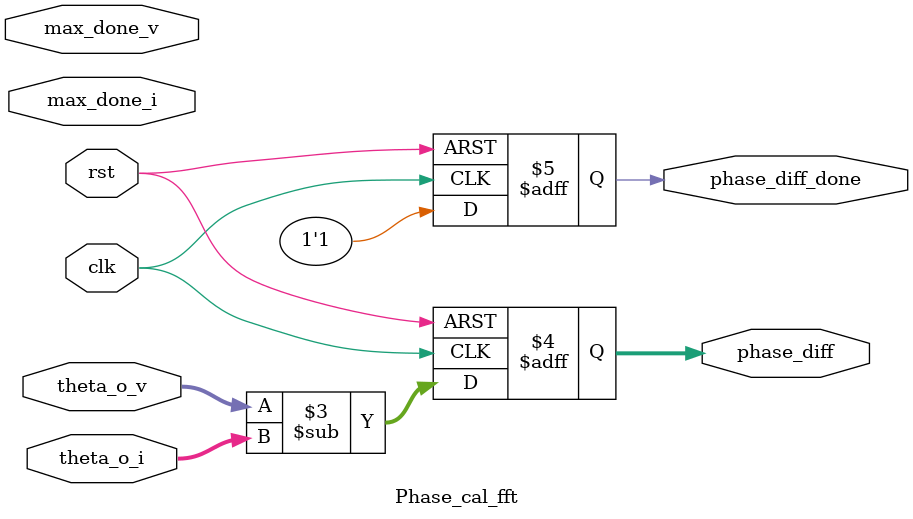
<source format=v>
module Phase_cal_fft (
    input wire clk,       // 1 MHz 时钟信号
    input wire rst,          // 复位信号（低电平有效）
    input wire max_done_v, 
    input wire max_done_i, 
    input [16:0] theta_o_v,
    input [16:0] theta_o_i,
    
    output reg signed [16:0] phase_diff, // 相位差输出
    output reg phase_diff_done      // FFT 完成标志位
);
reg phase_flag_fft;

always @(posedge clk or negedge rst) begin
        if (!rst) begin
            // 复位信号有效时，将标志位和相位差清零
            phase_diff <= 0;
            phase_diff_done<= 0;
            
        end else begin
				
                  
                    // 计算相位差
                    phase_diff <= (theta_o_v - theta_o_i);
                    phase_diff_done <= 1;
                
        end
       
 end


endmodule

</source>
